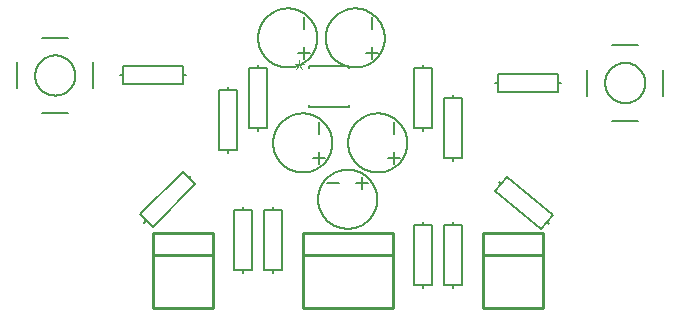
<source format=gto>
G75*
%MOIN*%
%OFA0B0*%
%FSLAX25Y25*%
%IPPOS*%
%LPD*%
%AMOC8*
5,1,8,0,0,1.08239X$1,22.5*
%
%ADD10C,0.00800*%
%ADD11C,0.00600*%
%ADD12C,0.00300*%
%ADD13C,0.01000*%
D10*
X0049529Y0038279D02*
X0051650Y0036158D01*
X0065792Y0050300D01*
X0063671Y0052421D01*
X0064378Y0053128D01*
X0063671Y0052421D02*
X0061550Y0054542D01*
X0047408Y0040400D01*
X0049529Y0038279D01*
X0048822Y0037572D01*
X0078600Y0041600D02*
X0078600Y0021600D01*
X0081600Y0021600D01*
X0081600Y0020600D01*
X0081600Y0021600D02*
X0084600Y0021600D01*
X0084600Y0041600D01*
X0081600Y0041600D01*
X0081600Y0042600D01*
X0081600Y0041600D02*
X0078600Y0041600D01*
X0088600Y0041600D02*
X0091600Y0041600D01*
X0091600Y0042600D01*
X0091600Y0041600D02*
X0094600Y0041600D01*
X0094600Y0021600D01*
X0091600Y0021600D01*
X0091600Y0020600D01*
X0091600Y0021600D02*
X0088600Y0021600D01*
X0088600Y0041600D01*
X0109679Y0050850D02*
X0113679Y0050850D01*
X0119521Y0050850D02*
X0123521Y0050850D01*
X0121521Y0052850D02*
X0121521Y0048850D01*
X0106757Y0045350D02*
X0106760Y0045592D01*
X0106769Y0045833D01*
X0106784Y0046074D01*
X0106804Y0046315D01*
X0106831Y0046555D01*
X0106864Y0046794D01*
X0106902Y0047033D01*
X0106946Y0047270D01*
X0106996Y0047507D01*
X0107052Y0047742D01*
X0107114Y0047975D01*
X0107181Y0048207D01*
X0107254Y0048438D01*
X0107332Y0048666D01*
X0107417Y0048892D01*
X0107506Y0049117D01*
X0107601Y0049339D01*
X0107702Y0049558D01*
X0107808Y0049776D01*
X0107919Y0049990D01*
X0108036Y0050202D01*
X0108157Y0050410D01*
X0108284Y0050616D01*
X0108416Y0050818D01*
X0108553Y0051018D01*
X0108694Y0051213D01*
X0108840Y0051406D01*
X0108991Y0051594D01*
X0109147Y0051779D01*
X0109307Y0051960D01*
X0109471Y0052137D01*
X0109640Y0052310D01*
X0109813Y0052479D01*
X0109990Y0052643D01*
X0110171Y0052803D01*
X0110356Y0052959D01*
X0110544Y0053110D01*
X0110737Y0053256D01*
X0110932Y0053397D01*
X0111132Y0053534D01*
X0111334Y0053666D01*
X0111540Y0053793D01*
X0111748Y0053914D01*
X0111960Y0054031D01*
X0112174Y0054142D01*
X0112392Y0054248D01*
X0112611Y0054349D01*
X0112833Y0054444D01*
X0113058Y0054533D01*
X0113284Y0054618D01*
X0113512Y0054696D01*
X0113743Y0054769D01*
X0113975Y0054836D01*
X0114208Y0054898D01*
X0114443Y0054954D01*
X0114680Y0055004D01*
X0114917Y0055048D01*
X0115156Y0055086D01*
X0115395Y0055119D01*
X0115635Y0055146D01*
X0115876Y0055166D01*
X0116117Y0055181D01*
X0116358Y0055190D01*
X0116600Y0055193D01*
X0116842Y0055190D01*
X0117083Y0055181D01*
X0117324Y0055166D01*
X0117565Y0055146D01*
X0117805Y0055119D01*
X0118044Y0055086D01*
X0118283Y0055048D01*
X0118520Y0055004D01*
X0118757Y0054954D01*
X0118992Y0054898D01*
X0119225Y0054836D01*
X0119457Y0054769D01*
X0119688Y0054696D01*
X0119916Y0054618D01*
X0120142Y0054533D01*
X0120367Y0054444D01*
X0120589Y0054349D01*
X0120808Y0054248D01*
X0121026Y0054142D01*
X0121240Y0054031D01*
X0121452Y0053914D01*
X0121660Y0053793D01*
X0121866Y0053666D01*
X0122068Y0053534D01*
X0122268Y0053397D01*
X0122463Y0053256D01*
X0122656Y0053110D01*
X0122844Y0052959D01*
X0123029Y0052803D01*
X0123210Y0052643D01*
X0123387Y0052479D01*
X0123560Y0052310D01*
X0123729Y0052137D01*
X0123893Y0051960D01*
X0124053Y0051779D01*
X0124209Y0051594D01*
X0124360Y0051406D01*
X0124506Y0051213D01*
X0124647Y0051018D01*
X0124784Y0050818D01*
X0124916Y0050616D01*
X0125043Y0050410D01*
X0125164Y0050202D01*
X0125281Y0049990D01*
X0125392Y0049776D01*
X0125498Y0049558D01*
X0125599Y0049339D01*
X0125694Y0049117D01*
X0125783Y0048892D01*
X0125868Y0048666D01*
X0125946Y0048438D01*
X0126019Y0048207D01*
X0126086Y0047975D01*
X0126148Y0047742D01*
X0126204Y0047507D01*
X0126254Y0047270D01*
X0126298Y0047033D01*
X0126336Y0046794D01*
X0126369Y0046555D01*
X0126396Y0046315D01*
X0126416Y0046074D01*
X0126431Y0045833D01*
X0126440Y0045592D01*
X0126443Y0045350D01*
X0126440Y0045108D01*
X0126431Y0044867D01*
X0126416Y0044626D01*
X0126396Y0044385D01*
X0126369Y0044145D01*
X0126336Y0043906D01*
X0126298Y0043667D01*
X0126254Y0043430D01*
X0126204Y0043193D01*
X0126148Y0042958D01*
X0126086Y0042725D01*
X0126019Y0042493D01*
X0125946Y0042262D01*
X0125868Y0042034D01*
X0125783Y0041808D01*
X0125694Y0041583D01*
X0125599Y0041361D01*
X0125498Y0041142D01*
X0125392Y0040924D01*
X0125281Y0040710D01*
X0125164Y0040498D01*
X0125043Y0040290D01*
X0124916Y0040084D01*
X0124784Y0039882D01*
X0124647Y0039682D01*
X0124506Y0039487D01*
X0124360Y0039294D01*
X0124209Y0039106D01*
X0124053Y0038921D01*
X0123893Y0038740D01*
X0123729Y0038563D01*
X0123560Y0038390D01*
X0123387Y0038221D01*
X0123210Y0038057D01*
X0123029Y0037897D01*
X0122844Y0037741D01*
X0122656Y0037590D01*
X0122463Y0037444D01*
X0122268Y0037303D01*
X0122068Y0037166D01*
X0121866Y0037034D01*
X0121660Y0036907D01*
X0121452Y0036786D01*
X0121240Y0036669D01*
X0121026Y0036558D01*
X0120808Y0036452D01*
X0120589Y0036351D01*
X0120367Y0036256D01*
X0120142Y0036167D01*
X0119916Y0036082D01*
X0119688Y0036004D01*
X0119457Y0035931D01*
X0119225Y0035864D01*
X0118992Y0035802D01*
X0118757Y0035746D01*
X0118520Y0035696D01*
X0118283Y0035652D01*
X0118044Y0035614D01*
X0117805Y0035581D01*
X0117565Y0035554D01*
X0117324Y0035534D01*
X0117083Y0035519D01*
X0116842Y0035510D01*
X0116600Y0035507D01*
X0116358Y0035510D01*
X0116117Y0035519D01*
X0115876Y0035534D01*
X0115635Y0035554D01*
X0115395Y0035581D01*
X0115156Y0035614D01*
X0114917Y0035652D01*
X0114680Y0035696D01*
X0114443Y0035746D01*
X0114208Y0035802D01*
X0113975Y0035864D01*
X0113743Y0035931D01*
X0113512Y0036004D01*
X0113284Y0036082D01*
X0113058Y0036167D01*
X0112833Y0036256D01*
X0112611Y0036351D01*
X0112392Y0036452D01*
X0112174Y0036558D01*
X0111960Y0036669D01*
X0111748Y0036786D01*
X0111540Y0036907D01*
X0111334Y0037034D01*
X0111132Y0037166D01*
X0110932Y0037303D01*
X0110737Y0037444D01*
X0110544Y0037590D01*
X0110356Y0037741D01*
X0110171Y0037897D01*
X0109990Y0038057D01*
X0109813Y0038221D01*
X0109640Y0038390D01*
X0109471Y0038563D01*
X0109307Y0038740D01*
X0109147Y0038921D01*
X0108991Y0039106D01*
X0108840Y0039294D01*
X0108694Y0039487D01*
X0108553Y0039682D01*
X0108416Y0039882D01*
X0108284Y0040084D01*
X0108157Y0040290D01*
X0108036Y0040498D01*
X0107919Y0040710D01*
X0107808Y0040924D01*
X0107702Y0041142D01*
X0107601Y0041361D01*
X0107506Y0041583D01*
X0107417Y0041808D01*
X0107332Y0042034D01*
X0107254Y0042262D01*
X0107181Y0042493D01*
X0107114Y0042725D01*
X0107052Y0042958D01*
X0106996Y0043193D01*
X0106946Y0043430D01*
X0106902Y0043667D01*
X0106864Y0043906D01*
X0106831Y0044145D01*
X0106804Y0044385D01*
X0106784Y0044626D01*
X0106769Y0044867D01*
X0106760Y0045108D01*
X0106757Y0045350D01*
X0107100Y0057179D02*
X0107100Y0061179D01*
X0109100Y0059179D02*
X0105100Y0059179D01*
X0091757Y0064100D02*
X0091760Y0064342D01*
X0091769Y0064583D01*
X0091784Y0064824D01*
X0091804Y0065065D01*
X0091831Y0065305D01*
X0091864Y0065544D01*
X0091902Y0065783D01*
X0091946Y0066020D01*
X0091996Y0066257D01*
X0092052Y0066492D01*
X0092114Y0066725D01*
X0092181Y0066957D01*
X0092254Y0067188D01*
X0092332Y0067416D01*
X0092417Y0067642D01*
X0092506Y0067867D01*
X0092601Y0068089D01*
X0092702Y0068308D01*
X0092808Y0068526D01*
X0092919Y0068740D01*
X0093036Y0068952D01*
X0093157Y0069160D01*
X0093284Y0069366D01*
X0093416Y0069568D01*
X0093553Y0069768D01*
X0093694Y0069963D01*
X0093840Y0070156D01*
X0093991Y0070344D01*
X0094147Y0070529D01*
X0094307Y0070710D01*
X0094471Y0070887D01*
X0094640Y0071060D01*
X0094813Y0071229D01*
X0094990Y0071393D01*
X0095171Y0071553D01*
X0095356Y0071709D01*
X0095544Y0071860D01*
X0095737Y0072006D01*
X0095932Y0072147D01*
X0096132Y0072284D01*
X0096334Y0072416D01*
X0096540Y0072543D01*
X0096748Y0072664D01*
X0096960Y0072781D01*
X0097174Y0072892D01*
X0097392Y0072998D01*
X0097611Y0073099D01*
X0097833Y0073194D01*
X0098058Y0073283D01*
X0098284Y0073368D01*
X0098512Y0073446D01*
X0098743Y0073519D01*
X0098975Y0073586D01*
X0099208Y0073648D01*
X0099443Y0073704D01*
X0099680Y0073754D01*
X0099917Y0073798D01*
X0100156Y0073836D01*
X0100395Y0073869D01*
X0100635Y0073896D01*
X0100876Y0073916D01*
X0101117Y0073931D01*
X0101358Y0073940D01*
X0101600Y0073943D01*
X0101842Y0073940D01*
X0102083Y0073931D01*
X0102324Y0073916D01*
X0102565Y0073896D01*
X0102805Y0073869D01*
X0103044Y0073836D01*
X0103283Y0073798D01*
X0103520Y0073754D01*
X0103757Y0073704D01*
X0103992Y0073648D01*
X0104225Y0073586D01*
X0104457Y0073519D01*
X0104688Y0073446D01*
X0104916Y0073368D01*
X0105142Y0073283D01*
X0105367Y0073194D01*
X0105589Y0073099D01*
X0105808Y0072998D01*
X0106026Y0072892D01*
X0106240Y0072781D01*
X0106452Y0072664D01*
X0106660Y0072543D01*
X0106866Y0072416D01*
X0107068Y0072284D01*
X0107268Y0072147D01*
X0107463Y0072006D01*
X0107656Y0071860D01*
X0107844Y0071709D01*
X0108029Y0071553D01*
X0108210Y0071393D01*
X0108387Y0071229D01*
X0108560Y0071060D01*
X0108729Y0070887D01*
X0108893Y0070710D01*
X0109053Y0070529D01*
X0109209Y0070344D01*
X0109360Y0070156D01*
X0109506Y0069963D01*
X0109647Y0069768D01*
X0109784Y0069568D01*
X0109916Y0069366D01*
X0110043Y0069160D01*
X0110164Y0068952D01*
X0110281Y0068740D01*
X0110392Y0068526D01*
X0110498Y0068308D01*
X0110599Y0068089D01*
X0110694Y0067867D01*
X0110783Y0067642D01*
X0110868Y0067416D01*
X0110946Y0067188D01*
X0111019Y0066957D01*
X0111086Y0066725D01*
X0111148Y0066492D01*
X0111204Y0066257D01*
X0111254Y0066020D01*
X0111298Y0065783D01*
X0111336Y0065544D01*
X0111369Y0065305D01*
X0111396Y0065065D01*
X0111416Y0064824D01*
X0111431Y0064583D01*
X0111440Y0064342D01*
X0111443Y0064100D01*
X0111440Y0063858D01*
X0111431Y0063617D01*
X0111416Y0063376D01*
X0111396Y0063135D01*
X0111369Y0062895D01*
X0111336Y0062656D01*
X0111298Y0062417D01*
X0111254Y0062180D01*
X0111204Y0061943D01*
X0111148Y0061708D01*
X0111086Y0061475D01*
X0111019Y0061243D01*
X0110946Y0061012D01*
X0110868Y0060784D01*
X0110783Y0060558D01*
X0110694Y0060333D01*
X0110599Y0060111D01*
X0110498Y0059892D01*
X0110392Y0059674D01*
X0110281Y0059460D01*
X0110164Y0059248D01*
X0110043Y0059040D01*
X0109916Y0058834D01*
X0109784Y0058632D01*
X0109647Y0058432D01*
X0109506Y0058237D01*
X0109360Y0058044D01*
X0109209Y0057856D01*
X0109053Y0057671D01*
X0108893Y0057490D01*
X0108729Y0057313D01*
X0108560Y0057140D01*
X0108387Y0056971D01*
X0108210Y0056807D01*
X0108029Y0056647D01*
X0107844Y0056491D01*
X0107656Y0056340D01*
X0107463Y0056194D01*
X0107268Y0056053D01*
X0107068Y0055916D01*
X0106866Y0055784D01*
X0106660Y0055657D01*
X0106452Y0055536D01*
X0106240Y0055419D01*
X0106026Y0055308D01*
X0105808Y0055202D01*
X0105589Y0055101D01*
X0105367Y0055006D01*
X0105142Y0054917D01*
X0104916Y0054832D01*
X0104688Y0054754D01*
X0104457Y0054681D01*
X0104225Y0054614D01*
X0103992Y0054552D01*
X0103757Y0054496D01*
X0103520Y0054446D01*
X0103283Y0054402D01*
X0103044Y0054364D01*
X0102805Y0054331D01*
X0102565Y0054304D01*
X0102324Y0054284D01*
X0102083Y0054269D01*
X0101842Y0054260D01*
X0101600Y0054257D01*
X0101358Y0054260D01*
X0101117Y0054269D01*
X0100876Y0054284D01*
X0100635Y0054304D01*
X0100395Y0054331D01*
X0100156Y0054364D01*
X0099917Y0054402D01*
X0099680Y0054446D01*
X0099443Y0054496D01*
X0099208Y0054552D01*
X0098975Y0054614D01*
X0098743Y0054681D01*
X0098512Y0054754D01*
X0098284Y0054832D01*
X0098058Y0054917D01*
X0097833Y0055006D01*
X0097611Y0055101D01*
X0097392Y0055202D01*
X0097174Y0055308D01*
X0096960Y0055419D01*
X0096748Y0055536D01*
X0096540Y0055657D01*
X0096334Y0055784D01*
X0096132Y0055916D01*
X0095932Y0056053D01*
X0095737Y0056194D01*
X0095544Y0056340D01*
X0095356Y0056491D01*
X0095171Y0056647D01*
X0094990Y0056807D01*
X0094813Y0056971D01*
X0094640Y0057140D01*
X0094471Y0057313D01*
X0094307Y0057490D01*
X0094147Y0057671D01*
X0093991Y0057856D01*
X0093840Y0058044D01*
X0093694Y0058237D01*
X0093553Y0058432D01*
X0093416Y0058632D01*
X0093284Y0058834D01*
X0093157Y0059040D01*
X0093036Y0059248D01*
X0092919Y0059460D01*
X0092808Y0059674D01*
X0092702Y0059892D01*
X0092601Y0060111D01*
X0092506Y0060333D01*
X0092417Y0060558D01*
X0092332Y0060784D01*
X0092254Y0061012D01*
X0092181Y0061243D01*
X0092114Y0061475D01*
X0092052Y0061708D01*
X0091996Y0061943D01*
X0091946Y0062180D01*
X0091902Y0062417D01*
X0091864Y0062656D01*
X0091831Y0062895D01*
X0091804Y0063135D01*
X0091784Y0063376D01*
X0091769Y0063617D01*
X0091760Y0063858D01*
X0091757Y0064100D01*
X0089600Y0069100D02*
X0086600Y0069100D01*
X0086600Y0068100D01*
X0086600Y0069100D02*
X0083600Y0069100D01*
X0083600Y0089100D01*
X0086600Y0089100D01*
X0086600Y0090100D01*
X0086600Y0089100D02*
X0089600Y0089100D01*
X0089600Y0069100D01*
X0079600Y0061600D02*
X0076600Y0061600D01*
X0076600Y0060600D01*
X0076600Y0061600D02*
X0073600Y0061600D01*
X0073600Y0081600D01*
X0076600Y0081600D01*
X0076600Y0082600D01*
X0076600Y0081600D02*
X0079600Y0081600D01*
X0079600Y0061600D01*
X0107100Y0067021D02*
X0107100Y0071021D01*
X0116757Y0064100D02*
X0116760Y0064342D01*
X0116769Y0064583D01*
X0116784Y0064824D01*
X0116804Y0065065D01*
X0116831Y0065305D01*
X0116864Y0065544D01*
X0116902Y0065783D01*
X0116946Y0066020D01*
X0116996Y0066257D01*
X0117052Y0066492D01*
X0117114Y0066725D01*
X0117181Y0066957D01*
X0117254Y0067188D01*
X0117332Y0067416D01*
X0117417Y0067642D01*
X0117506Y0067867D01*
X0117601Y0068089D01*
X0117702Y0068308D01*
X0117808Y0068526D01*
X0117919Y0068740D01*
X0118036Y0068952D01*
X0118157Y0069160D01*
X0118284Y0069366D01*
X0118416Y0069568D01*
X0118553Y0069768D01*
X0118694Y0069963D01*
X0118840Y0070156D01*
X0118991Y0070344D01*
X0119147Y0070529D01*
X0119307Y0070710D01*
X0119471Y0070887D01*
X0119640Y0071060D01*
X0119813Y0071229D01*
X0119990Y0071393D01*
X0120171Y0071553D01*
X0120356Y0071709D01*
X0120544Y0071860D01*
X0120737Y0072006D01*
X0120932Y0072147D01*
X0121132Y0072284D01*
X0121334Y0072416D01*
X0121540Y0072543D01*
X0121748Y0072664D01*
X0121960Y0072781D01*
X0122174Y0072892D01*
X0122392Y0072998D01*
X0122611Y0073099D01*
X0122833Y0073194D01*
X0123058Y0073283D01*
X0123284Y0073368D01*
X0123512Y0073446D01*
X0123743Y0073519D01*
X0123975Y0073586D01*
X0124208Y0073648D01*
X0124443Y0073704D01*
X0124680Y0073754D01*
X0124917Y0073798D01*
X0125156Y0073836D01*
X0125395Y0073869D01*
X0125635Y0073896D01*
X0125876Y0073916D01*
X0126117Y0073931D01*
X0126358Y0073940D01*
X0126600Y0073943D01*
X0126842Y0073940D01*
X0127083Y0073931D01*
X0127324Y0073916D01*
X0127565Y0073896D01*
X0127805Y0073869D01*
X0128044Y0073836D01*
X0128283Y0073798D01*
X0128520Y0073754D01*
X0128757Y0073704D01*
X0128992Y0073648D01*
X0129225Y0073586D01*
X0129457Y0073519D01*
X0129688Y0073446D01*
X0129916Y0073368D01*
X0130142Y0073283D01*
X0130367Y0073194D01*
X0130589Y0073099D01*
X0130808Y0072998D01*
X0131026Y0072892D01*
X0131240Y0072781D01*
X0131452Y0072664D01*
X0131660Y0072543D01*
X0131866Y0072416D01*
X0132068Y0072284D01*
X0132268Y0072147D01*
X0132463Y0072006D01*
X0132656Y0071860D01*
X0132844Y0071709D01*
X0133029Y0071553D01*
X0133210Y0071393D01*
X0133387Y0071229D01*
X0133560Y0071060D01*
X0133729Y0070887D01*
X0133893Y0070710D01*
X0134053Y0070529D01*
X0134209Y0070344D01*
X0134360Y0070156D01*
X0134506Y0069963D01*
X0134647Y0069768D01*
X0134784Y0069568D01*
X0134916Y0069366D01*
X0135043Y0069160D01*
X0135164Y0068952D01*
X0135281Y0068740D01*
X0135392Y0068526D01*
X0135498Y0068308D01*
X0135599Y0068089D01*
X0135694Y0067867D01*
X0135783Y0067642D01*
X0135868Y0067416D01*
X0135946Y0067188D01*
X0136019Y0066957D01*
X0136086Y0066725D01*
X0136148Y0066492D01*
X0136204Y0066257D01*
X0136254Y0066020D01*
X0136298Y0065783D01*
X0136336Y0065544D01*
X0136369Y0065305D01*
X0136396Y0065065D01*
X0136416Y0064824D01*
X0136431Y0064583D01*
X0136440Y0064342D01*
X0136443Y0064100D01*
X0136440Y0063858D01*
X0136431Y0063617D01*
X0136416Y0063376D01*
X0136396Y0063135D01*
X0136369Y0062895D01*
X0136336Y0062656D01*
X0136298Y0062417D01*
X0136254Y0062180D01*
X0136204Y0061943D01*
X0136148Y0061708D01*
X0136086Y0061475D01*
X0136019Y0061243D01*
X0135946Y0061012D01*
X0135868Y0060784D01*
X0135783Y0060558D01*
X0135694Y0060333D01*
X0135599Y0060111D01*
X0135498Y0059892D01*
X0135392Y0059674D01*
X0135281Y0059460D01*
X0135164Y0059248D01*
X0135043Y0059040D01*
X0134916Y0058834D01*
X0134784Y0058632D01*
X0134647Y0058432D01*
X0134506Y0058237D01*
X0134360Y0058044D01*
X0134209Y0057856D01*
X0134053Y0057671D01*
X0133893Y0057490D01*
X0133729Y0057313D01*
X0133560Y0057140D01*
X0133387Y0056971D01*
X0133210Y0056807D01*
X0133029Y0056647D01*
X0132844Y0056491D01*
X0132656Y0056340D01*
X0132463Y0056194D01*
X0132268Y0056053D01*
X0132068Y0055916D01*
X0131866Y0055784D01*
X0131660Y0055657D01*
X0131452Y0055536D01*
X0131240Y0055419D01*
X0131026Y0055308D01*
X0130808Y0055202D01*
X0130589Y0055101D01*
X0130367Y0055006D01*
X0130142Y0054917D01*
X0129916Y0054832D01*
X0129688Y0054754D01*
X0129457Y0054681D01*
X0129225Y0054614D01*
X0128992Y0054552D01*
X0128757Y0054496D01*
X0128520Y0054446D01*
X0128283Y0054402D01*
X0128044Y0054364D01*
X0127805Y0054331D01*
X0127565Y0054304D01*
X0127324Y0054284D01*
X0127083Y0054269D01*
X0126842Y0054260D01*
X0126600Y0054257D01*
X0126358Y0054260D01*
X0126117Y0054269D01*
X0125876Y0054284D01*
X0125635Y0054304D01*
X0125395Y0054331D01*
X0125156Y0054364D01*
X0124917Y0054402D01*
X0124680Y0054446D01*
X0124443Y0054496D01*
X0124208Y0054552D01*
X0123975Y0054614D01*
X0123743Y0054681D01*
X0123512Y0054754D01*
X0123284Y0054832D01*
X0123058Y0054917D01*
X0122833Y0055006D01*
X0122611Y0055101D01*
X0122392Y0055202D01*
X0122174Y0055308D01*
X0121960Y0055419D01*
X0121748Y0055536D01*
X0121540Y0055657D01*
X0121334Y0055784D01*
X0121132Y0055916D01*
X0120932Y0056053D01*
X0120737Y0056194D01*
X0120544Y0056340D01*
X0120356Y0056491D01*
X0120171Y0056647D01*
X0119990Y0056807D01*
X0119813Y0056971D01*
X0119640Y0057140D01*
X0119471Y0057313D01*
X0119307Y0057490D01*
X0119147Y0057671D01*
X0118991Y0057856D01*
X0118840Y0058044D01*
X0118694Y0058237D01*
X0118553Y0058432D01*
X0118416Y0058632D01*
X0118284Y0058834D01*
X0118157Y0059040D01*
X0118036Y0059248D01*
X0117919Y0059460D01*
X0117808Y0059674D01*
X0117702Y0059892D01*
X0117601Y0060111D01*
X0117506Y0060333D01*
X0117417Y0060558D01*
X0117332Y0060784D01*
X0117254Y0061012D01*
X0117181Y0061243D01*
X0117114Y0061475D01*
X0117052Y0061708D01*
X0116996Y0061943D01*
X0116946Y0062180D01*
X0116902Y0062417D01*
X0116864Y0062656D01*
X0116831Y0062895D01*
X0116804Y0063135D01*
X0116784Y0063376D01*
X0116769Y0063617D01*
X0116760Y0063858D01*
X0116757Y0064100D01*
X0130100Y0059179D02*
X0134100Y0059179D01*
X0132100Y0057179D02*
X0132100Y0061179D01*
X0132100Y0067021D02*
X0132100Y0071021D01*
X0138600Y0069100D02*
X0141600Y0069100D01*
X0141600Y0068100D01*
X0141600Y0069100D02*
X0144600Y0069100D01*
X0144600Y0089100D01*
X0141600Y0089100D01*
X0141600Y0090100D01*
X0141600Y0089100D02*
X0138600Y0089100D01*
X0138600Y0069100D01*
X0148600Y0059100D02*
X0151600Y0059100D01*
X0151600Y0058100D01*
X0151600Y0059100D02*
X0154600Y0059100D01*
X0154600Y0079100D01*
X0151600Y0079100D01*
X0151600Y0080100D01*
X0151600Y0079100D02*
X0148600Y0079100D01*
X0148600Y0059100D01*
X0166911Y0051156D02*
X0167678Y0050514D01*
X0169603Y0052816D01*
X0184946Y0039987D01*
X0183022Y0037685D01*
X0183789Y0037044D01*
X0183022Y0037685D02*
X0181097Y0035384D01*
X0165754Y0048213D01*
X0167678Y0050514D01*
X0151600Y0037600D02*
X0151600Y0036600D01*
X0154600Y0036600D01*
X0154600Y0016600D01*
X0151600Y0016600D01*
X0151600Y0015600D01*
X0151600Y0016600D02*
X0148600Y0016600D01*
X0148600Y0036600D01*
X0151600Y0036600D01*
X0144600Y0036600D02*
X0141600Y0036600D01*
X0141600Y0037600D01*
X0141600Y0036600D02*
X0138600Y0036600D01*
X0138600Y0016600D01*
X0141600Y0016600D01*
X0141600Y0015600D01*
X0141600Y0016600D02*
X0144600Y0016600D01*
X0144600Y0036600D01*
X0204769Y0071502D02*
X0213431Y0071502D01*
X0221698Y0079769D02*
X0221698Y0088431D01*
X0202407Y0084100D02*
X0202409Y0084264D01*
X0202415Y0084428D01*
X0202425Y0084592D01*
X0202439Y0084756D01*
X0202457Y0084919D01*
X0202479Y0085082D01*
X0202506Y0085244D01*
X0202536Y0085406D01*
X0202570Y0085566D01*
X0202608Y0085726D01*
X0202649Y0085885D01*
X0202695Y0086043D01*
X0202745Y0086199D01*
X0202798Y0086355D01*
X0202855Y0086509D01*
X0202916Y0086661D01*
X0202981Y0086812D01*
X0203050Y0086962D01*
X0203122Y0087109D01*
X0203197Y0087255D01*
X0203277Y0087399D01*
X0203359Y0087541D01*
X0203445Y0087681D01*
X0203535Y0087818D01*
X0203628Y0087954D01*
X0203724Y0088087D01*
X0203824Y0088218D01*
X0203926Y0088346D01*
X0204032Y0088472D01*
X0204141Y0088595D01*
X0204253Y0088715D01*
X0204367Y0088833D01*
X0204485Y0088947D01*
X0204605Y0089059D01*
X0204728Y0089168D01*
X0204854Y0089274D01*
X0204982Y0089376D01*
X0205113Y0089476D01*
X0205246Y0089572D01*
X0205382Y0089665D01*
X0205519Y0089755D01*
X0205659Y0089841D01*
X0205801Y0089923D01*
X0205945Y0090003D01*
X0206091Y0090078D01*
X0206238Y0090150D01*
X0206388Y0090219D01*
X0206539Y0090284D01*
X0206691Y0090345D01*
X0206845Y0090402D01*
X0207001Y0090455D01*
X0207157Y0090505D01*
X0207315Y0090551D01*
X0207474Y0090592D01*
X0207634Y0090630D01*
X0207794Y0090664D01*
X0207956Y0090694D01*
X0208118Y0090721D01*
X0208281Y0090743D01*
X0208444Y0090761D01*
X0208608Y0090775D01*
X0208772Y0090785D01*
X0208936Y0090791D01*
X0209100Y0090793D01*
X0209264Y0090791D01*
X0209428Y0090785D01*
X0209592Y0090775D01*
X0209756Y0090761D01*
X0209919Y0090743D01*
X0210082Y0090721D01*
X0210244Y0090694D01*
X0210406Y0090664D01*
X0210566Y0090630D01*
X0210726Y0090592D01*
X0210885Y0090551D01*
X0211043Y0090505D01*
X0211199Y0090455D01*
X0211355Y0090402D01*
X0211509Y0090345D01*
X0211661Y0090284D01*
X0211812Y0090219D01*
X0211962Y0090150D01*
X0212109Y0090078D01*
X0212255Y0090003D01*
X0212399Y0089923D01*
X0212541Y0089841D01*
X0212681Y0089755D01*
X0212818Y0089665D01*
X0212954Y0089572D01*
X0213087Y0089476D01*
X0213218Y0089376D01*
X0213346Y0089274D01*
X0213472Y0089168D01*
X0213595Y0089059D01*
X0213715Y0088947D01*
X0213833Y0088833D01*
X0213947Y0088715D01*
X0214059Y0088595D01*
X0214168Y0088472D01*
X0214274Y0088346D01*
X0214376Y0088218D01*
X0214476Y0088087D01*
X0214572Y0087954D01*
X0214665Y0087818D01*
X0214755Y0087681D01*
X0214841Y0087541D01*
X0214923Y0087399D01*
X0215003Y0087255D01*
X0215078Y0087109D01*
X0215150Y0086962D01*
X0215219Y0086812D01*
X0215284Y0086661D01*
X0215345Y0086509D01*
X0215402Y0086355D01*
X0215455Y0086199D01*
X0215505Y0086043D01*
X0215551Y0085885D01*
X0215592Y0085726D01*
X0215630Y0085566D01*
X0215664Y0085406D01*
X0215694Y0085244D01*
X0215721Y0085082D01*
X0215743Y0084919D01*
X0215761Y0084756D01*
X0215775Y0084592D01*
X0215785Y0084428D01*
X0215791Y0084264D01*
X0215793Y0084100D01*
X0215791Y0083936D01*
X0215785Y0083772D01*
X0215775Y0083608D01*
X0215761Y0083444D01*
X0215743Y0083281D01*
X0215721Y0083118D01*
X0215694Y0082956D01*
X0215664Y0082794D01*
X0215630Y0082634D01*
X0215592Y0082474D01*
X0215551Y0082315D01*
X0215505Y0082157D01*
X0215455Y0082001D01*
X0215402Y0081845D01*
X0215345Y0081691D01*
X0215284Y0081539D01*
X0215219Y0081388D01*
X0215150Y0081238D01*
X0215078Y0081091D01*
X0215003Y0080945D01*
X0214923Y0080801D01*
X0214841Y0080659D01*
X0214755Y0080519D01*
X0214665Y0080382D01*
X0214572Y0080246D01*
X0214476Y0080113D01*
X0214376Y0079982D01*
X0214274Y0079854D01*
X0214168Y0079728D01*
X0214059Y0079605D01*
X0213947Y0079485D01*
X0213833Y0079367D01*
X0213715Y0079253D01*
X0213595Y0079141D01*
X0213472Y0079032D01*
X0213346Y0078926D01*
X0213218Y0078824D01*
X0213087Y0078724D01*
X0212954Y0078628D01*
X0212818Y0078535D01*
X0212681Y0078445D01*
X0212541Y0078359D01*
X0212399Y0078277D01*
X0212255Y0078197D01*
X0212109Y0078122D01*
X0211962Y0078050D01*
X0211812Y0077981D01*
X0211661Y0077916D01*
X0211509Y0077855D01*
X0211355Y0077798D01*
X0211199Y0077745D01*
X0211043Y0077695D01*
X0210885Y0077649D01*
X0210726Y0077608D01*
X0210566Y0077570D01*
X0210406Y0077536D01*
X0210244Y0077506D01*
X0210082Y0077479D01*
X0209919Y0077457D01*
X0209756Y0077439D01*
X0209592Y0077425D01*
X0209428Y0077415D01*
X0209264Y0077409D01*
X0209100Y0077407D01*
X0208936Y0077409D01*
X0208772Y0077415D01*
X0208608Y0077425D01*
X0208444Y0077439D01*
X0208281Y0077457D01*
X0208118Y0077479D01*
X0207956Y0077506D01*
X0207794Y0077536D01*
X0207634Y0077570D01*
X0207474Y0077608D01*
X0207315Y0077649D01*
X0207157Y0077695D01*
X0207001Y0077745D01*
X0206845Y0077798D01*
X0206691Y0077855D01*
X0206539Y0077916D01*
X0206388Y0077981D01*
X0206238Y0078050D01*
X0206091Y0078122D01*
X0205945Y0078197D01*
X0205801Y0078277D01*
X0205659Y0078359D01*
X0205519Y0078445D01*
X0205382Y0078535D01*
X0205246Y0078628D01*
X0205113Y0078724D01*
X0204982Y0078824D01*
X0204854Y0078926D01*
X0204728Y0079032D01*
X0204605Y0079141D01*
X0204485Y0079253D01*
X0204367Y0079367D01*
X0204253Y0079485D01*
X0204141Y0079605D01*
X0204032Y0079728D01*
X0203926Y0079854D01*
X0203824Y0079982D01*
X0203724Y0080113D01*
X0203628Y0080246D01*
X0203535Y0080382D01*
X0203445Y0080519D01*
X0203359Y0080659D01*
X0203277Y0080801D01*
X0203197Y0080945D01*
X0203122Y0081091D01*
X0203050Y0081238D01*
X0202981Y0081388D01*
X0202916Y0081539D01*
X0202855Y0081691D01*
X0202798Y0081845D01*
X0202745Y0082001D01*
X0202695Y0082157D01*
X0202649Y0082315D01*
X0202608Y0082474D01*
X0202570Y0082634D01*
X0202536Y0082794D01*
X0202506Y0082956D01*
X0202479Y0083118D01*
X0202457Y0083281D01*
X0202439Y0083444D01*
X0202425Y0083608D01*
X0202415Y0083772D01*
X0202409Y0083936D01*
X0202407Y0084100D01*
X0196502Y0079769D02*
X0196502Y0088431D01*
X0187600Y0084100D02*
X0186600Y0084100D01*
X0186600Y0081100D01*
X0166600Y0081100D01*
X0166600Y0084100D01*
X0165600Y0084100D01*
X0166600Y0084100D02*
X0166600Y0087100D01*
X0186600Y0087100D01*
X0186600Y0084100D01*
X0204769Y0096698D02*
X0213431Y0096698D01*
X0126600Y0094179D02*
X0122600Y0094179D01*
X0124600Y0092179D02*
X0124600Y0096179D01*
X0109257Y0099100D02*
X0109260Y0099342D01*
X0109269Y0099583D01*
X0109284Y0099824D01*
X0109304Y0100065D01*
X0109331Y0100305D01*
X0109364Y0100544D01*
X0109402Y0100783D01*
X0109446Y0101020D01*
X0109496Y0101257D01*
X0109552Y0101492D01*
X0109614Y0101725D01*
X0109681Y0101957D01*
X0109754Y0102188D01*
X0109832Y0102416D01*
X0109917Y0102642D01*
X0110006Y0102867D01*
X0110101Y0103089D01*
X0110202Y0103308D01*
X0110308Y0103526D01*
X0110419Y0103740D01*
X0110536Y0103952D01*
X0110657Y0104160D01*
X0110784Y0104366D01*
X0110916Y0104568D01*
X0111053Y0104768D01*
X0111194Y0104963D01*
X0111340Y0105156D01*
X0111491Y0105344D01*
X0111647Y0105529D01*
X0111807Y0105710D01*
X0111971Y0105887D01*
X0112140Y0106060D01*
X0112313Y0106229D01*
X0112490Y0106393D01*
X0112671Y0106553D01*
X0112856Y0106709D01*
X0113044Y0106860D01*
X0113237Y0107006D01*
X0113432Y0107147D01*
X0113632Y0107284D01*
X0113834Y0107416D01*
X0114040Y0107543D01*
X0114248Y0107664D01*
X0114460Y0107781D01*
X0114674Y0107892D01*
X0114892Y0107998D01*
X0115111Y0108099D01*
X0115333Y0108194D01*
X0115558Y0108283D01*
X0115784Y0108368D01*
X0116012Y0108446D01*
X0116243Y0108519D01*
X0116475Y0108586D01*
X0116708Y0108648D01*
X0116943Y0108704D01*
X0117180Y0108754D01*
X0117417Y0108798D01*
X0117656Y0108836D01*
X0117895Y0108869D01*
X0118135Y0108896D01*
X0118376Y0108916D01*
X0118617Y0108931D01*
X0118858Y0108940D01*
X0119100Y0108943D01*
X0119342Y0108940D01*
X0119583Y0108931D01*
X0119824Y0108916D01*
X0120065Y0108896D01*
X0120305Y0108869D01*
X0120544Y0108836D01*
X0120783Y0108798D01*
X0121020Y0108754D01*
X0121257Y0108704D01*
X0121492Y0108648D01*
X0121725Y0108586D01*
X0121957Y0108519D01*
X0122188Y0108446D01*
X0122416Y0108368D01*
X0122642Y0108283D01*
X0122867Y0108194D01*
X0123089Y0108099D01*
X0123308Y0107998D01*
X0123526Y0107892D01*
X0123740Y0107781D01*
X0123952Y0107664D01*
X0124160Y0107543D01*
X0124366Y0107416D01*
X0124568Y0107284D01*
X0124768Y0107147D01*
X0124963Y0107006D01*
X0125156Y0106860D01*
X0125344Y0106709D01*
X0125529Y0106553D01*
X0125710Y0106393D01*
X0125887Y0106229D01*
X0126060Y0106060D01*
X0126229Y0105887D01*
X0126393Y0105710D01*
X0126553Y0105529D01*
X0126709Y0105344D01*
X0126860Y0105156D01*
X0127006Y0104963D01*
X0127147Y0104768D01*
X0127284Y0104568D01*
X0127416Y0104366D01*
X0127543Y0104160D01*
X0127664Y0103952D01*
X0127781Y0103740D01*
X0127892Y0103526D01*
X0127998Y0103308D01*
X0128099Y0103089D01*
X0128194Y0102867D01*
X0128283Y0102642D01*
X0128368Y0102416D01*
X0128446Y0102188D01*
X0128519Y0101957D01*
X0128586Y0101725D01*
X0128648Y0101492D01*
X0128704Y0101257D01*
X0128754Y0101020D01*
X0128798Y0100783D01*
X0128836Y0100544D01*
X0128869Y0100305D01*
X0128896Y0100065D01*
X0128916Y0099824D01*
X0128931Y0099583D01*
X0128940Y0099342D01*
X0128943Y0099100D01*
X0128940Y0098858D01*
X0128931Y0098617D01*
X0128916Y0098376D01*
X0128896Y0098135D01*
X0128869Y0097895D01*
X0128836Y0097656D01*
X0128798Y0097417D01*
X0128754Y0097180D01*
X0128704Y0096943D01*
X0128648Y0096708D01*
X0128586Y0096475D01*
X0128519Y0096243D01*
X0128446Y0096012D01*
X0128368Y0095784D01*
X0128283Y0095558D01*
X0128194Y0095333D01*
X0128099Y0095111D01*
X0127998Y0094892D01*
X0127892Y0094674D01*
X0127781Y0094460D01*
X0127664Y0094248D01*
X0127543Y0094040D01*
X0127416Y0093834D01*
X0127284Y0093632D01*
X0127147Y0093432D01*
X0127006Y0093237D01*
X0126860Y0093044D01*
X0126709Y0092856D01*
X0126553Y0092671D01*
X0126393Y0092490D01*
X0126229Y0092313D01*
X0126060Y0092140D01*
X0125887Y0091971D01*
X0125710Y0091807D01*
X0125529Y0091647D01*
X0125344Y0091491D01*
X0125156Y0091340D01*
X0124963Y0091194D01*
X0124768Y0091053D01*
X0124568Y0090916D01*
X0124366Y0090784D01*
X0124160Y0090657D01*
X0123952Y0090536D01*
X0123740Y0090419D01*
X0123526Y0090308D01*
X0123308Y0090202D01*
X0123089Y0090101D01*
X0122867Y0090006D01*
X0122642Y0089917D01*
X0122416Y0089832D01*
X0122188Y0089754D01*
X0121957Y0089681D01*
X0121725Y0089614D01*
X0121492Y0089552D01*
X0121257Y0089496D01*
X0121020Y0089446D01*
X0120783Y0089402D01*
X0120544Y0089364D01*
X0120305Y0089331D01*
X0120065Y0089304D01*
X0119824Y0089284D01*
X0119583Y0089269D01*
X0119342Y0089260D01*
X0119100Y0089257D01*
X0118858Y0089260D01*
X0118617Y0089269D01*
X0118376Y0089284D01*
X0118135Y0089304D01*
X0117895Y0089331D01*
X0117656Y0089364D01*
X0117417Y0089402D01*
X0117180Y0089446D01*
X0116943Y0089496D01*
X0116708Y0089552D01*
X0116475Y0089614D01*
X0116243Y0089681D01*
X0116012Y0089754D01*
X0115784Y0089832D01*
X0115558Y0089917D01*
X0115333Y0090006D01*
X0115111Y0090101D01*
X0114892Y0090202D01*
X0114674Y0090308D01*
X0114460Y0090419D01*
X0114248Y0090536D01*
X0114040Y0090657D01*
X0113834Y0090784D01*
X0113632Y0090916D01*
X0113432Y0091053D01*
X0113237Y0091194D01*
X0113044Y0091340D01*
X0112856Y0091491D01*
X0112671Y0091647D01*
X0112490Y0091807D01*
X0112313Y0091971D01*
X0112140Y0092140D01*
X0111971Y0092313D01*
X0111807Y0092490D01*
X0111647Y0092671D01*
X0111491Y0092856D01*
X0111340Y0093044D01*
X0111194Y0093237D01*
X0111053Y0093432D01*
X0110916Y0093632D01*
X0110784Y0093834D01*
X0110657Y0094040D01*
X0110536Y0094248D01*
X0110419Y0094460D01*
X0110308Y0094674D01*
X0110202Y0094892D01*
X0110101Y0095111D01*
X0110006Y0095333D01*
X0109917Y0095558D01*
X0109832Y0095784D01*
X0109754Y0096012D01*
X0109681Y0096243D01*
X0109614Y0096475D01*
X0109552Y0096708D01*
X0109496Y0096943D01*
X0109446Y0097180D01*
X0109402Y0097417D01*
X0109364Y0097656D01*
X0109331Y0097895D01*
X0109304Y0098135D01*
X0109284Y0098376D01*
X0109269Y0098617D01*
X0109260Y0098858D01*
X0109257Y0099100D01*
X0102100Y0096179D02*
X0102100Y0092179D01*
X0104100Y0094179D02*
X0100100Y0094179D01*
X0086757Y0099100D02*
X0086760Y0099342D01*
X0086769Y0099583D01*
X0086784Y0099824D01*
X0086804Y0100065D01*
X0086831Y0100305D01*
X0086864Y0100544D01*
X0086902Y0100783D01*
X0086946Y0101020D01*
X0086996Y0101257D01*
X0087052Y0101492D01*
X0087114Y0101725D01*
X0087181Y0101957D01*
X0087254Y0102188D01*
X0087332Y0102416D01*
X0087417Y0102642D01*
X0087506Y0102867D01*
X0087601Y0103089D01*
X0087702Y0103308D01*
X0087808Y0103526D01*
X0087919Y0103740D01*
X0088036Y0103952D01*
X0088157Y0104160D01*
X0088284Y0104366D01*
X0088416Y0104568D01*
X0088553Y0104768D01*
X0088694Y0104963D01*
X0088840Y0105156D01*
X0088991Y0105344D01*
X0089147Y0105529D01*
X0089307Y0105710D01*
X0089471Y0105887D01*
X0089640Y0106060D01*
X0089813Y0106229D01*
X0089990Y0106393D01*
X0090171Y0106553D01*
X0090356Y0106709D01*
X0090544Y0106860D01*
X0090737Y0107006D01*
X0090932Y0107147D01*
X0091132Y0107284D01*
X0091334Y0107416D01*
X0091540Y0107543D01*
X0091748Y0107664D01*
X0091960Y0107781D01*
X0092174Y0107892D01*
X0092392Y0107998D01*
X0092611Y0108099D01*
X0092833Y0108194D01*
X0093058Y0108283D01*
X0093284Y0108368D01*
X0093512Y0108446D01*
X0093743Y0108519D01*
X0093975Y0108586D01*
X0094208Y0108648D01*
X0094443Y0108704D01*
X0094680Y0108754D01*
X0094917Y0108798D01*
X0095156Y0108836D01*
X0095395Y0108869D01*
X0095635Y0108896D01*
X0095876Y0108916D01*
X0096117Y0108931D01*
X0096358Y0108940D01*
X0096600Y0108943D01*
X0096842Y0108940D01*
X0097083Y0108931D01*
X0097324Y0108916D01*
X0097565Y0108896D01*
X0097805Y0108869D01*
X0098044Y0108836D01*
X0098283Y0108798D01*
X0098520Y0108754D01*
X0098757Y0108704D01*
X0098992Y0108648D01*
X0099225Y0108586D01*
X0099457Y0108519D01*
X0099688Y0108446D01*
X0099916Y0108368D01*
X0100142Y0108283D01*
X0100367Y0108194D01*
X0100589Y0108099D01*
X0100808Y0107998D01*
X0101026Y0107892D01*
X0101240Y0107781D01*
X0101452Y0107664D01*
X0101660Y0107543D01*
X0101866Y0107416D01*
X0102068Y0107284D01*
X0102268Y0107147D01*
X0102463Y0107006D01*
X0102656Y0106860D01*
X0102844Y0106709D01*
X0103029Y0106553D01*
X0103210Y0106393D01*
X0103387Y0106229D01*
X0103560Y0106060D01*
X0103729Y0105887D01*
X0103893Y0105710D01*
X0104053Y0105529D01*
X0104209Y0105344D01*
X0104360Y0105156D01*
X0104506Y0104963D01*
X0104647Y0104768D01*
X0104784Y0104568D01*
X0104916Y0104366D01*
X0105043Y0104160D01*
X0105164Y0103952D01*
X0105281Y0103740D01*
X0105392Y0103526D01*
X0105498Y0103308D01*
X0105599Y0103089D01*
X0105694Y0102867D01*
X0105783Y0102642D01*
X0105868Y0102416D01*
X0105946Y0102188D01*
X0106019Y0101957D01*
X0106086Y0101725D01*
X0106148Y0101492D01*
X0106204Y0101257D01*
X0106254Y0101020D01*
X0106298Y0100783D01*
X0106336Y0100544D01*
X0106369Y0100305D01*
X0106396Y0100065D01*
X0106416Y0099824D01*
X0106431Y0099583D01*
X0106440Y0099342D01*
X0106443Y0099100D01*
X0106440Y0098858D01*
X0106431Y0098617D01*
X0106416Y0098376D01*
X0106396Y0098135D01*
X0106369Y0097895D01*
X0106336Y0097656D01*
X0106298Y0097417D01*
X0106254Y0097180D01*
X0106204Y0096943D01*
X0106148Y0096708D01*
X0106086Y0096475D01*
X0106019Y0096243D01*
X0105946Y0096012D01*
X0105868Y0095784D01*
X0105783Y0095558D01*
X0105694Y0095333D01*
X0105599Y0095111D01*
X0105498Y0094892D01*
X0105392Y0094674D01*
X0105281Y0094460D01*
X0105164Y0094248D01*
X0105043Y0094040D01*
X0104916Y0093834D01*
X0104784Y0093632D01*
X0104647Y0093432D01*
X0104506Y0093237D01*
X0104360Y0093044D01*
X0104209Y0092856D01*
X0104053Y0092671D01*
X0103893Y0092490D01*
X0103729Y0092313D01*
X0103560Y0092140D01*
X0103387Y0091971D01*
X0103210Y0091807D01*
X0103029Y0091647D01*
X0102844Y0091491D01*
X0102656Y0091340D01*
X0102463Y0091194D01*
X0102268Y0091053D01*
X0102068Y0090916D01*
X0101866Y0090784D01*
X0101660Y0090657D01*
X0101452Y0090536D01*
X0101240Y0090419D01*
X0101026Y0090308D01*
X0100808Y0090202D01*
X0100589Y0090101D01*
X0100367Y0090006D01*
X0100142Y0089917D01*
X0099916Y0089832D01*
X0099688Y0089754D01*
X0099457Y0089681D01*
X0099225Y0089614D01*
X0098992Y0089552D01*
X0098757Y0089496D01*
X0098520Y0089446D01*
X0098283Y0089402D01*
X0098044Y0089364D01*
X0097805Y0089331D01*
X0097565Y0089304D01*
X0097324Y0089284D01*
X0097083Y0089269D01*
X0096842Y0089260D01*
X0096600Y0089257D01*
X0096358Y0089260D01*
X0096117Y0089269D01*
X0095876Y0089284D01*
X0095635Y0089304D01*
X0095395Y0089331D01*
X0095156Y0089364D01*
X0094917Y0089402D01*
X0094680Y0089446D01*
X0094443Y0089496D01*
X0094208Y0089552D01*
X0093975Y0089614D01*
X0093743Y0089681D01*
X0093512Y0089754D01*
X0093284Y0089832D01*
X0093058Y0089917D01*
X0092833Y0090006D01*
X0092611Y0090101D01*
X0092392Y0090202D01*
X0092174Y0090308D01*
X0091960Y0090419D01*
X0091748Y0090536D01*
X0091540Y0090657D01*
X0091334Y0090784D01*
X0091132Y0090916D01*
X0090932Y0091053D01*
X0090737Y0091194D01*
X0090544Y0091340D01*
X0090356Y0091491D01*
X0090171Y0091647D01*
X0089990Y0091807D01*
X0089813Y0091971D01*
X0089640Y0092140D01*
X0089471Y0092313D01*
X0089307Y0092490D01*
X0089147Y0092671D01*
X0088991Y0092856D01*
X0088840Y0093044D01*
X0088694Y0093237D01*
X0088553Y0093432D01*
X0088416Y0093632D01*
X0088284Y0093834D01*
X0088157Y0094040D01*
X0088036Y0094248D01*
X0087919Y0094460D01*
X0087808Y0094674D01*
X0087702Y0094892D01*
X0087601Y0095111D01*
X0087506Y0095333D01*
X0087417Y0095558D01*
X0087332Y0095784D01*
X0087254Y0096012D01*
X0087181Y0096243D01*
X0087114Y0096475D01*
X0087052Y0096708D01*
X0086996Y0096943D01*
X0086946Y0097180D01*
X0086902Y0097417D01*
X0086864Y0097656D01*
X0086831Y0097895D01*
X0086804Y0098135D01*
X0086784Y0098376D01*
X0086769Y0098617D01*
X0086760Y0098858D01*
X0086757Y0099100D01*
X0102100Y0102021D02*
X0102100Y0106021D01*
X0124600Y0106021D02*
X0124600Y0102021D01*
X0062600Y0086600D02*
X0061600Y0086600D01*
X0061600Y0083600D01*
X0041600Y0083600D01*
X0041600Y0086600D01*
X0040600Y0086600D01*
X0041600Y0086600D02*
X0041600Y0089600D01*
X0061600Y0089600D01*
X0061600Y0086600D01*
X0031698Y0090931D02*
X0031698Y0082269D01*
X0012407Y0086600D02*
X0012409Y0086764D01*
X0012415Y0086928D01*
X0012425Y0087092D01*
X0012439Y0087256D01*
X0012457Y0087419D01*
X0012479Y0087582D01*
X0012506Y0087744D01*
X0012536Y0087906D01*
X0012570Y0088066D01*
X0012608Y0088226D01*
X0012649Y0088385D01*
X0012695Y0088543D01*
X0012745Y0088699D01*
X0012798Y0088855D01*
X0012855Y0089009D01*
X0012916Y0089161D01*
X0012981Y0089312D01*
X0013050Y0089462D01*
X0013122Y0089609D01*
X0013197Y0089755D01*
X0013277Y0089899D01*
X0013359Y0090041D01*
X0013445Y0090181D01*
X0013535Y0090318D01*
X0013628Y0090454D01*
X0013724Y0090587D01*
X0013824Y0090718D01*
X0013926Y0090846D01*
X0014032Y0090972D01*
X0014141Y0091095D01*
X0014253Y0091215D01*
X0014367Y0091333D01*
X0014485Y0091447D01*
X0014605Y0091559D01*
X0014728Y0091668D01*
X0014854Y0091774D01*
X0014982Y0091876D01*
X0015113Y0091976D01*
X0015246Y0092072D01*
X0015382Y0092165D01*
X0015519Y0092255D01*
X0015659Y0092341D01*
X0015801Y0092423D01*
X0015945Y0092503D01*
X0016091Y0092578D01*
X0016238Y0092650D01*
X0016388Y0092719D01*
X0016539Y0092784D01*
X0016691Y0092845D01*
X0016845Y0092902D01*
X0017001Y0092955D01*
X0017157Y0093005D01*
X0017315Y0093051D01*
X0017474Y0093092D01*
X0017634Y0093130D01*
X0017794Y0093164D01*
X0017956Y0093194D01*
X0018118Y0093221D01*
X0018281Y0093243D01*
X0018444Y0093261D01*
X0018608Y0093275D01*
X0018772Y0093285D01*
X0018936Y0093291D01*
X0019100Y0093293D01*
X0019264Y0093291D01*
X0019428Y0093285D01*
X0019592Y0093275D01*
X0019756Y0093261D01*
X0019919Y0093243D01*
X0020082Y0093221D01*
X0020244Y0093194D01*
X0020406Y0093164D01*
X0020566Y0093130D01*
X0020726Y0093092D01*
X0020885Y0093051D01*
X0021043Y0093005D01*
X0021199Y0092955D01*
X0021355Y0092902D01*
X0021509Y0092845D01*
X0021661Y0092784D01*
X0021812Y0092719D01*
X0021962Y0092650D01*
X0022109Y0092578D01*
X0022255Y0092503D01*
X0022399Y0092423D01*
X0022541Y0092341D01*
X0022681Y0092255D01*
X0022818Y0092165D01*
X0022954Y0092072D01*
X0023087Y0091976D01*
X0023218Y0091876D01*
X0023346Y0091774D01*
X0023472Y0091668D01*
X0023595Y0091559D01*
X0023715Y0091447D01*
X0023833Y0091333D01*
X0023947Y0091215D01*
X0024059Y0091095D01*
X0024168Y0090972D01*
X0024274Y0090846D01*
X0024376Y0090718D01*
X0024476Y0090587D01*
X0024572Y0090454D01*
X0024665Y0090318D01*
X0024755Y0090181D01*
X0024841Y0090041D01*
X0024923Y0089899D01*
X0025003Y0089755D01*
X0025078Y0089609D01*
X0025150Y0089462D01*
X0025219Y0089312D01*
X0025284Y0089161D01*
X0025345Y0089009D01*
X0025402Y0088855D01*
X0025455Y0088699D01*
X0025505Y0088543D01*
X0025551Y0088385D01*
X0025592Y0088226D01*
X0025630Y0088066D01*
X0025664Y0087906D01*
X0025694Y0087744D01*
X0025721Y0087582D01*
X0025743Y0087419D01*
X0025761Y0087256D01*
X0025775Y0087092D01*
X0025785Y0086928D01*
X0025791Y0086764D01*
X0025793Y0086600D01*
X0025791Y0086436D01*
X0025785Y0086272D01*
X0025775Y0086108D01*
X0025761Y0085944D01*
X0025743Y0085781D01*
X0025721Y0085618D01*
X0025694Y0085456D01*
X0025664Y0085294D01*
X0025630Y0085134D01*
X0025592Y0084974D01*
X0025551Y0084815D01*
X0025505Y0084657D01*
X0025455Y0084501D01*
X0025402Y0084345D01*
X0025345Y0084191D01*
X0025284Y0084039D01*
X0025219Y0083888D01*
X0025150Y0083738D01*
X0025078Y0083591D01*
X0025003Y0083445D01*
X0024923Y0083301D01*
X0024841Y0083159D01*
X0024755Y0083019D01*
X0024665Y0082882D01*
X0024572Y0082746D01*
X0024476Y0082613D01*
X0024376Y0082482D01*
X0024274Y0082354D01*
X0024168Y0082228D01*
X0024059Y0082105D01*
X0023947Y0081985D01*
X0023833Y0081867D01*
X0023715Y0081753D01*
X0023595Y0081641D01*
X0023472Y0081532D01*
X0023346Y0081426D01*
X0023218Y0081324D01*
X0023087Y0081224D01*
X0022954Y0081128D01*
X0022818Y0081035D01*
X0022681Y0080945D01*
X0022541Y0080859D01*
X0022399Y0080777D01*
X0022255Y0080697D01*
X0022109Y0080622D01*
X0021962Y0080550D01*
X0021812Y0080481D01*
X0021661Y0080416D01*
X0021509Y0080355D01*
X0021355Y0080298D01*
X0021199Y0080245D01*
X0021043Y0080195D01*
X0020885Y0080149D01*
X0020726Y0080108D01*
X0020566Y0080070D01*
X0020406Y0080036D01*
X0020244Y0080006D01*
X0020082Y0079979D01*
X0019919Y0079957D01*
X0019756Y0079939D01*
X0019592Y0079925D01*
X0019428Y0079915D01*
X0019264Y0079909D01*
X0019100Y0079907D01*
X0018936Y0079909D01*
X0018772Y0079915D01*
X0018608Y0079925D01*
X0018444Y0079939D01*
X0018281Y0079957D01*
X0018118Y0079979D01*
X0017956Y0080006D01*
X0017794Y0080036D01*
X0017634Y0080070D01*
X0017474Y0080108D01*
X0017315Y0080149D01*
X0017157Y0080195D01*
X0017001Y0080245D01*
X0016845Y0080298D01*
X0016691Y0080355D01*
X0016539Y0080416D01*
X0016388Y0080481D01*
X0016238Y0080550D01*
X0016091Y0080622D01*
X0015945Y0080697D01*
X0015801Y0080777D01*
X0015659Y0080859D01*
X0015519Y0080945D01*
X0015382Y0081035D01*
X0015246Y0081128D01*
X0015113Y0081224D01*
X0014982Y0081324D01*
X0014854Y0081426D01*
X0014728Y0081532D01*
X0014605Y0081641D01*
X0014485Y0081753D01*
X0014367Y0081867D01*
X0014253Y0081985D01*
X0014141Y0082105D01*
X0014032Y0082228D01*
X0013926Y0082354D01*
X0013824Y0082482D01*
X0013724Y0082613D01*
X0013628Y0082746D01*
X0013535Y0082882D01*
X0013445Y0083019D01*
X0013359Y0083159D01*
X0013277Y0083301D01*
X0013197Y0083445D01*
X0013122Y0083591D01*
X0013050Y0083738D01*
X0012981Y0083888D01*
X0012916Y0084039D01*
X0012855Y0084191D01*
X0012798Y0084345D01*
X0012745Y0084501D01*
X0012695Y0084657D01*
X0012649Y0084815D01*
X0012608Y0084974D01*
X0012570Y0085134D01*
X0012536Y0085294D01*
X0012506Y0085456D01*
X0012479Y0085618D01*
X0012457Y0085781D01*
X0012439Y0085944D01*
X0012425Y0086108D01*
X0012415Y0086272D01*
X0012409Y0086436D01*
X0012407Y0086600D01*
X0006502Y0082269D02*
X0006502Y0090931D01*
X0014769Y0099198D02*
X0023431Y0099198D01*
X0023431Y0074002D02*
X0014769Y0074002D01*
D11*
X0103550Y0076050D02*
X0103550Y0076750D01*
X0103550Y0076050D02*
X0117150Y0076050D01*
X0117150Y0076750D01*
X0117150Y0088950D02*
X0117150Y0089650D01*
X0103550Y0089650D01*
X0103550Y0088950D01*
D12*
X0101350Y0088853D02*
X0100436Y0090028D01*
X0099000Y0090550D01*
X0100436Y0090028D02*
X0101872Y0090550D01*
X0100436Y0090028D02*
X0099522Y0088853D01*
X0100436Y0090028D02*
X0100436Y0091594D01*
D13*
X0051600Y0026600D02*
X0051600Y0009100D01*
X0071600Y0009100D01*
X0071600Y0026600D01*
X0051600Y0026600D01*
X0051600Y0034100D01*
X0071600Y0034100D01*
X0071600Y0026600D01*
X0101600Y0026600D02*
X0101600Y0009100D01*
X0131600Y0009100D01*
X0131600Y0026600D01*
X0101600Y0026600D01*
X0101600Y0034100D01*
X0131600Y0034100D01*
X0131600Y0026600D01*
X0161600Y0026600D02*
X0161600Y0009100D01*
X0181600Y0009100D01*
X0181600Y0026600D01*
X0161600Y0026600D01*
X0161600Y0034100D01*
X0181600Y0034100D01*
X0181600Y0026600D01*
M02*

</source>
